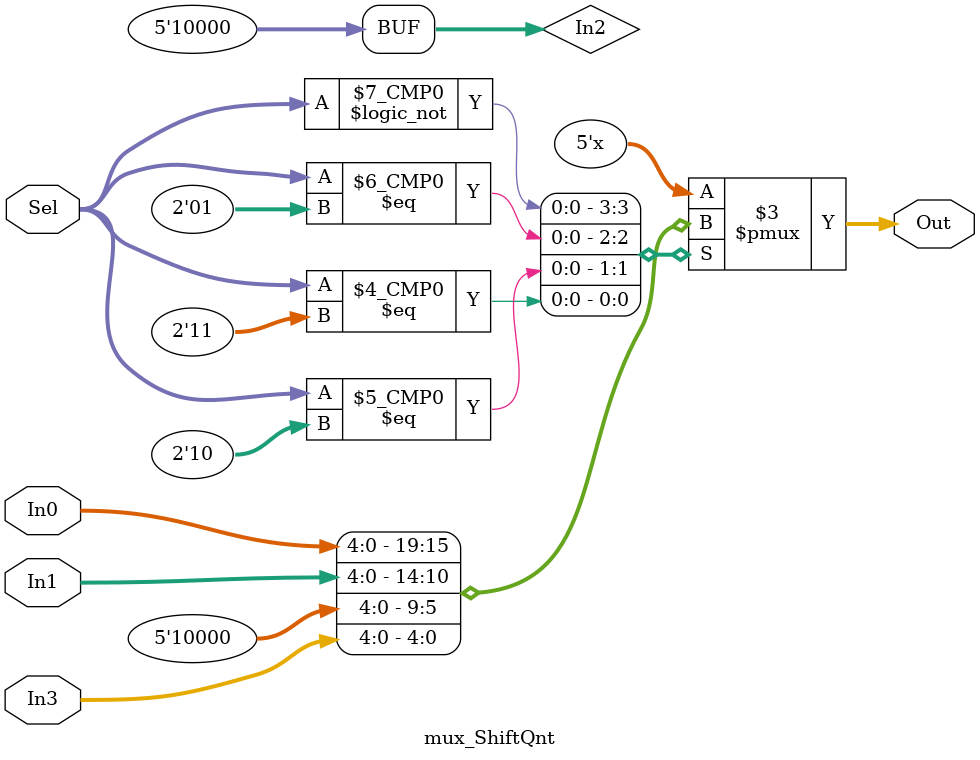
<source format=v>
module mux_ShiftQnt(Out,Sel,In0,In1,In3); 

input [4:0] In0,In1,In3; //entradas de 32 bits
input [1:0] Sel; //seletor de 3 bits
output [4:0] Out; //saida de 32 bits

reg [4:0] Out; 
reg [4:0] In2;

initial begin
    In2[4:0] = 5'b10000; // 16
end

//Check the state of the input lines 

always @ (In0 or In1 or In2 or In3 or Sel) 

begin 
 case (Sel) 

  2'b00 : Out = In0; 

  2'b01 : Out = In1; 

  2'b10 : Out = In2; 

  2'b11 : Out = In3; 

  default : Out = 5'bx; 

 endcase 
end  

endmodule


</source>
